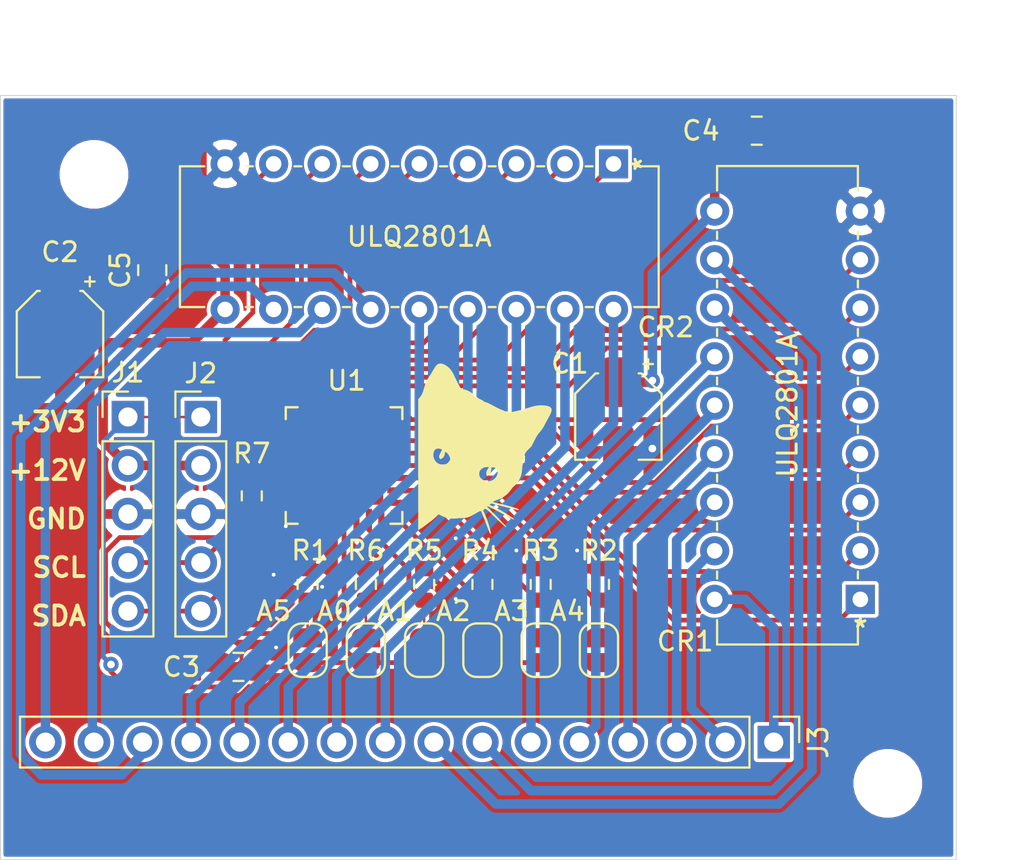
<source format=kicad_pcb>
(kicad_pcb (version 20171130) (host pcbnew 5.1.10-88a1d61d58~90~ubuntu20.04.1)
  (layers (0 F.Cu signal) (31 B.Cu signal) (34 B.Paste user) (35 F.Paste user) (36 B.SilkS user) (37 F.SilkS user) (38 B.Mask user) (39 F.Mask user) (44 Edge.Cuts user))
  (net 0 "")
  (net 1 GND)
  (net 2 +12V)
  (net 3 "Net-(J1-Pad5)")
  (net 4 "Net-(J1-Pad4)")
  (net 5 +3V3)
  (net 6 "Net-(R7-Pad1)")
  (net 7 "Net-(CR2-Pad8)")
  (net 8 "Net-(CR2-Pad7)")
  (net 9 "Net-(CR2-Pad6)")
  (net 10 "Net-(CR2-Pad5)")
  (net 11 "Net-(CR2-Pad4)")
  (net 12 "Net-(CR2-Pad3)")
  (net 13 "Net-(CR2-Pad2)")
  (net 14 "Net-(CR2-Pad1)")
  (net 15 "Net-(CR1-Pad8)")
  (net 16 "Net-(CR1-Pad7)")
  (net 17 "Net-(CR1-Pad6)")
  (net 18 "Net-(CR1-Pad5)")
  (net 19 "Net-(CR1-Pad4)")
  (net 20 "Net-(CR1-Pad3)")
  (net 21 "Net-(CR1-Pad2)")
  (net 22 "Net-(CR1-Pad1)")
  (net 23 "Net-(CR1-Pad18)")
  (net 24 "Net-(CR1-Pad17)")
  (net 25 "Net-(CR1-Pad16)")
  (net 26 "Net-(CR1-Pad15)")
  (net 27 "Net-(CR1-Pad14)")
  (net 28 "Net-(CR1-Pad13)")
  (net 29 "Net-(CR1-Pad12)")
  (net 30 "Net-(CR1-Pad11)")
  (net 31 "Net-(CR2-Pad18)")
  (net 32 "Net-(CR2-Pad17)")
  (net 33 "Net-(CR2-Pad16)")
  (net 34 "Net-(CR2-Pad15)")
  (net 35 "Net-(CR2-Pad14)")
  (net 36 "Net-(CR2-Pad13)")
  (net 37 "Net-(CR2-Pad12)")
  (net 38 "Net-(CR2-Pad11)")
  (net 39 /A0)
  (net 40 /A1)
  (net 41 /A2)
  (net 42 /A3)
  (net 43 /A4)
  (net 44 /A5)
  (module Connector_PinHeader_2.54mm:PinHeader_1x16_P2.54mm_Vertical (layer F.Cu) (at 60.452 53.848 270)
    (fp_text reference J3 (at 0 -2.33 90) (layer F.SilkS))
    (fp_text value Conn_01x16)
    (pad 16 thru_hole oval (at 0 38.1 270) (size 1.7 1.7) (drill 1) (layers *.Cu *.Mask) (net 38 "Net-(CR2-Pad11)"))
    (pad 15 thru_hole oval (at 0 35.56 270) (size 1.7 1.7) (drill 1) (layers *.Cu *.Mask) (net 37 "Net-(CR2-Pad12)"))
    (pad 14 thru_hole oval (at 0 33.02 270) (size 1.7 1.7) (drill 1) (layers *.Cu *.Mask) (net 36 "Net-(CR2-Pad13)"))
    (pad 13 thru_hole oval (at 0 30.48 270) (size 1.7 1.7) (drill 1) (layers *.Cu *.Mask) (net 35 "Net-(CR2-Pad14)"))
    (pad 12 thru_hole oval (at 0 27.94 270) (size 1.7 1.7) (drill 1) (layers *.Cu *.Mask) (net 34 "Net-(CR2-Pad15)"))
    (pad 11 thru_hole oval (at 0 25.4 270) (size 1.7 1.7) (drill 1) (layers *.Cu *.Mask) (net 33 "Net-(CR2-Pad16)"))
    (pad 10 thru_hole oval (at 0 22.86 270) (size 1.7 1.7) (drill 1) (layers *.Cu *.Mask) (net 32 "Net-(CR2-Pad17)"))
    (pad 9 thru_hole oval (at 0 20.32 270) (size 1.7 1.7) (drill 1) (layers *.Cu *.Mask) (net 31 "Net-(CR2-Pad18)"))
    (pad 8 thru_hole oval (at 0 17.78 270) (size 1.7 1.7) (drill 1) (layers *.Cu *.Mask) (net 30 "Net-(CR1-Pad11)"))
    (pad 7 thru_hole oval (at 0 15.24 270) (size 1.7 1.7) (drill 1) (layers *.Cu *.Mask) (net 29 "Net-(CR1-Pad12)"))
    (pad 6 thru_hole oval (at 0 12.7 270) (size 1.7 1.7) (drill 1) (layers *.Cu *.Mask) (net 28 "Net-(CR1-Pad13)"))
    (pad 5 thru_hole oval (at 0 10.16 270) (size 1.7 1.7) (drill 1) (layers *.Cu *.Mask) (net 27 "Net-(CR1-Pad14)"))
    (pad 4 thru_hole oval (at 0 7.62 270) (size 1.7 1.7) (drill 1) (layers *.Cu *.Mask) (net 26 "Net-(CR1-Pad15)"))
    (pad 3 thru_hole oval (at 0 5.08 270) (size 1.7 1.7) (drill 1) (layers *.Cu *.Mask) (net 25 "Net-(CR1-Pad16)"))
    (pad 2 thru_hole oval (at 0 2.54 270) (size 1.7 1.7) (drill 1) (layers *.Cu *.Mask) (net 24 "Net-(CR1-Pad17)"))
    (pad 1 thru_hole rect (at 0 0 270) (size 1.7 1.7) (drill 1) (layers *.Cu *.Mask) (net 23 "Net-(CR1-Pad18)"))
  )
  (module ULQ2801A:cat (layer F.Cu) (at 45.339 38.481)
    (fp_text reference G*** hide)
    (fp_text value LOGO hide)
  )
  (module Capacitor_SMD:C_0805_2012Metric (layer F.Cu) (at 27.94 29.144 90)
    (fp_text reference C5 (at 0 -1.68 90) (layer F.SilkS))
    (fp_text value "0.1 uF")
    (pad 2 smd roundrect (at 0.95 0 90) (size 1 1.45) (layers F.Cu F.Paste F.Mask) (net 1 GND))
    (pad 1 smd roundrect (at -0.95 0 90) (size 1 1.45) (layers F.Cu F.Paste F.Mask) (net 2 +12V))
  )
  (module Capacitor_SMD:C_0805_2012Metric (layer F.Cu) (at 59.563 21.844)
    (fp_text reference C4 (at -2.921 0) (layer F.SilkS))
    (fp_text value "0.1 uF")
    (pad 2 smd roundrect (at 0.95 0) (size 1 1.45) (layers F.Cu F.Paste F.Mask) (net 1 GND))
    (pad 1 smd roundrect (at -0.95 0) (size 1 1.45) (layers F.Cu F.Paste F.Mask) (net 2 +12V))
  )
  (module Capacitor_SMD:C_0805_2012Metric (layer F.Cu) (at 32.451 49.911 180)
    (fp_text reference C3 (at 2.987 0) (layer F.SilkS))
    (fp_text value "0.1 uF")
    (pad 2 smd roundrect (at 0.95 0 180) (size 1 1.45) (layers F.Cu F.Paste F.Mask) (net 1 GND))
    (pad 1 smd roundrect (at -0.95 0 180) (size 1 1.45) (layers F.Cu F.Paste F.Mask) (net 5 +3V3))
  )
  (module Capacitor_SMD:CP_Elec_4x5.4 (layer F.Cu) (at 23.114 32.49 270)
    (fp_text reference C2 (at -4.296 0 180) (layer F.SilkS))
    (fp_text value CP1)
    (pad 2 smd roundrect (at 1.8 0 270) (size 2.6 1.6) (layers F.Cu F.Paste F.Mask) (roundrect_rratio 0.15625) (net 1 GND))
    (pad 1 smd roundrect (at -1.8 0 270) (size 2.6 1.6) (layers F.Cu F.Paste F.Mask) (roundrect_rratio 0.15625) (net 2 +12V))
  )
  (module Capacitor_SMD:CP_Elec_4x5.4 (layer F.Cu) (at 52.324 36.808 270)
    (fp_text reference C1 (at -2.772 2.54 180) (layer F.SilkS))
    (fp_text value CP1)
    (pad 2 smd roundrect (at 1.8 0 270) (size 2.6 1.6) (layers F.Cu F.Paste F.Mask) (roundrect_rratio 0.15625) (net 1 GND))
    (pad 1 smd roundrect (at -1.8 0 270) (size 2.6 1.6) (layers F.Cu F.Paste F.Mask) (roundrect_rratio 0.15625) (net 2 +12V))
  )
  (module ULQ2801A:ULQ2801A (layer F.Cu) (at 64.981057 46.37554 180)
    (fp_text reference CR1 (at 9.164557 -2.20196) (layer F.SilkS))
    (fp_text value ULQ2801A (at 3.81 10.16 90) (layer F.SilkS))
    (fp_text user * (at 0 -1.524) (layer F.SilkS))
    (fp_text user * (at 0 -1.524) (layer F.SilkS))
    (pad 18 thru_hole circle (at 7.62 0 180) (size 1.524 1.524) (drill 0.8128) (layers *.Cu *.Mask) (net 23 "Net-(CR1-Pad18)"))
    (pad 17 thru_hole circle (at 7.62 2.54 180) (size 1.524 1.524) (drill 0.8128) (layers *.Cu *.Mask) (net 24 "Net-(CR1-Pad17)"))
    (pad 16 thru_hole circle (at 7.62 5.08 180) (size 1.524 1.524) (drill 0.8128) (layers *.Cu *.Mask) (net 25 "Net-(CR1-Pad16)"))
    (pad 15 thru_hole circle (at 7.62 7.62 180) (size 1.524 1.524) (drill 0.8128) (layers *.Cu *.Mask) (net 26 "Net-(CR1-Pad15)"))
    (pad 14 thru_hole circle (at 7.62 10.16 180) (size 1.524 1.524) (drill 0.8128) (layers *.Cu *.Mask) (net 27 "Net-(CR1-Pad14)"))
    (pad 13 thru_hole circle (at 7.62 12.7 180) (size 1.524 1.524) (drill 0.8128) (layers *.Cu *.Mask) (net 28 "Net-(CR1-Pad13)"))
    (pad 12 thru_hole circle (at 7.62 15.24 180) (size 1.524 1.524) (drill 0.8128) (layers *.Cu *.Mask) (net 29 "Net-(CR1-Pad12)"))
    (pad 11 thru_hole circle (at 7.62 17.78 180) (size 1.524 1.524) (drill 0.8128) (layers *.Cu *.Mask) (net 30 "Net-(CR1-Pad11)"))
    (pad 10 thru_hole circle (at 7.62 20.32 180) (size 1.524 1.524) (drill 0.8128) (layers *.Cu *.Mask) (net 2 +12V))
    (pad 9 thru_hole circle (at 0 20.32 180) (size 1.524 1.524) (drill 0.8128) (layers *.Cu *.Mask) (net 1 GND))
    (pad 8 thru_hole circle (at 0 17.78 180) (size 1.524 1.524) (drill 0.8128) (layers *.Cu *.Mask) (net 15 "Net-(CR1-Pad8)"))
    (pad 7 thru_hole circle (at 0 15.24 180) (size 1.524 1.524) (drill 0.8128) (layers *.Cu *.Mask) (net 16 "Net-(CR1-Pad7)"))
    (pad 6 thru_hole circle (at 0 12.7 180) (size 1.524 1.524) (drill 0.8128) (layers *.Cu *.Mask) (net 17 "Net-(CR1-Pad6)"))
    (pad 5 thru_hole circle (at 0 10.16 180) (size 1.524 1.524) (drill 0.8128) (layers *.Cu *.Mask) (net 18 "Net-(CR1-Pad5)"))
    (pad 4 thru_hole circle (at 0 7.62 180) (size 1.524 1.524) (drill 0.8128) (layers *.Cu *.Mask) (net 19 "Net-(CR1-Pad4)"))
    (pad 3 thru_hole circle (at 0 5.08 180) (size 1.524 1.524) (drill 0.8128) (layers *.Cu *.Mask) (net 20 "Net-(CR1-Pad3)"))
    (pad 2 thru_hole circle (at 0 2.54 180) (size 1.524 1.524) (drill 0.8128) (layers *.Cu *.Mask) (net 21 "Net-(CR1-Pad2)"))
    (pad 1 thru_hole rect (at 0 0 180) (size 1.524 1.524) (drill 0.8128) (layers *.Cu *.Mask) (net 22 "Net-(CR1-Pad1)"))
  )
  (module ULQ2801A:ULQ2801A (layer F.Cu) (at 52.07 23.580644 270)
    (fp_text reference CR2 (at 8.550356 -2.7305 180) (layer F.SilkS))
    (fp_text value ULQ2801A (at 3.81 10.16 180) (layer F.SilkS))
    (fp_text user * (at 0 -1.524 90) (layer F.SilkS))
    (fp_text user * (at 0 -1.524 90) (layer F.SilkS))
    (pad 18 thru_hole circle (at 7.62 0 270) (size 1.524 1.524) (drill 0.8128) (layers *.Cu *.Mask) (net 31 "Net-(CR2-Pad18)"))
    (pad 17 thru_hole circle (at 7.62 2.54 270) (size 1.524 1.524) (drill 0.8128) (layers *.Cu *.Mask) (net 32 "Net-(CR2-Pad17)"))
    (pad 16 thru_hole circle (at 7.62 5.08 270) (size 1.524 1.524) (drill 0.8128) (layers *.Cu *.Mask) (net 33 "Net-(CR2-Pad16)"))
    (pad 15 thru_hole circle (at 7.62 7.62 270) (size 1.524 1.524) (drill 0.8128) (layers *.Cu *.Mask) (net 34 "Net-(CR2-Pad15)"))
    (pad 14 thru_hole circle (at 7.62 10.16 270) (size 1.524 1.524) (drill 0.8128) (layers *.Cu *.Mask) (net 35 "Net-(CR2-Pad14)"))
    (pad 13 thru_hole circle (at 7.62 12.7 270) (size 1.524 1.524) (drill 0.8128) (layers *.Cu *.Mask) (net 36 "Net-(CR2-Pad13)"))
    (pad 12 thru_hole circle (at 7.62 15.24 270) (size 1.524 1.524) (drill 0.8128) (layers *.Cu *.Mask) (net 37 "Net-(CR2-Pad12)"))
    (pad 11 thru_hole circle (at 7.62 17.78 270) (size 1.524 1.524) (drill 0.8128) (layers *.Cu *.Mask) (net 38 "Net-(CR2-Pad11)"))
    (pad 10 thru_hole circle (at 7.62 20.32 270) (size 1.524 1.524) (drill 0.8128) (layers *.Cu *.Mask) (net 2 +12V))
    (pad 9 thru_hole circle (at 0 20.32 270) (size 1.524 1.524) (drill 0.8128) (layers *.Cu *.Mask) (net 1 GND))
    (pad 8 thru_hole circle (at 0 17.78 270) (size 1.524 1.524) (drill 0.8128) (layers *.Cu *.Mask) (net 7 "Net-(CR2-Pad8)"))
    (pad 7 thru_hole circle (at 0 15.24 270) (size 1.524 1.524) (drill 0.8128) (layers *.Cu *.Mask) (net 8 "Net-(CR2-Pad7)"))
    (pad 6 thru_hole circle (at 0 12.7 270) (size 1.524 1.524) (drill 0.8128) (layers *.Cu *.Mask) (net 9 "Net-(CR2-Pad6)"))
    (pad 5 thru_hole circle (at 0 10.16 270) (size 1.524 1.524) (drill 0.8128) (layers *.Cu *.Mask) (net 10 "Net-(CR2-Pad5)"))
    (pad 4 thru_hole circle (at 0 7.62 270) (size 1.524 1.524) (drill 0.8128) (layers *.Cu *.Mask) (net 11 "Net-(CR2-Pad4)"))
    (pad 3 thru_hole circle (at 0 5.08 270) (size 1.524 1.524) (drill 0.8128) (layers *.Cu *.Mask) (net 12 "Net-(CR2-Pad3)"))
    (pad 2 thru_hole circle (at 0 2.54 270) (size 1.524 1.524) (drill 0.8128) (layers *.Cu *.Mask) (net 13 "Net-(CR2-Pad2)"))
    (pad 1 thru_hole rect (at 0 0 270) (size 1.524 1.524) (drill 0.8128) (layers *.Cu *.Mask) (net 14 "Net-(CR2-Pad1)"))
  )
  (module Jumper:SolderJumper-2_P1.3mm_Open_RoundedPad1.0x1.5mm (layer F.Cu) (at 51.308 49.037 90)
    (fp_text reference A4 (at 2.047 -1.651) (layer F.SilkS))
    (fp_text value SolderJumper_2_Open)
    (pad 2 smd custom (at 0.65 0 90) (size 1 0.5) (layers F.Cu F.Mask) (net 43 /A4) (options (clearance outline) (anchor rect)) (primitives (gr_circle (center 0 0.25) (end 0.5 0.25) (width 0)) (gr_circle (center 0 -0.25) (end 0.5 -0.25) (width 0)) (gr_poly (pts (xy 0 -0.75) (xy -0.5 -0.75) (xy -0.5 0.75) (xy 0 0.75)) (width 0))))
    (pad 1 smd custom (at -0.65 0 90) (size 1 0.5) (layers F.Cu F.Mask) (net 5 +3V3) (options (clearance outline) (anchor rect)) (primitives (gr_circle (center 0 0.25) (end 0.5 0.25) (width 0)) (gr_circle (center 0 -0.25) (end 0.5 -0.25) (width 0)) (gr_poly (pts (xy 0 -0.75) (xy 0.5 -0.75) (xy 0.5 0.75) (xy 0 0.75)) (width 0))))
  )
  (module MountingHole:MountingHole_3.2mm_M3 (layer F.Cu) (at 66.421 56.007)
    (fp_text reference H2 hide)
    (fp_text value MountingHole)
    (pad 1 np_thru_hole circle (at 0 0) (size 3.2 3.2) (drill 3.2) (layers *.Cu *.Mask))
  )
  (module MountingHole:MountingHole_3.2mm_M3 (layer F.Cu) (at 24.892 24.13)
    (fp_text reference H1 hide)
    (fp_text value MountingHole)
    (pad 1 np_thru_hole circle (at 0 0) (size 3.2 3.2) (drill 3.2) (layers *.Cu *.Mask))
  )
  (module ULQ2801A:QFN65P600X600X100-29N (layer F.Cu) (at 37.973 39.37 180)
    (fp_text reference U1 (at -0.127 4.445) (layer F.SilkS))
    (fp_text value PCA9685BS)
    (pad 29 smd rect (at 0 0 180) (size 4.1 4.1) (layers F.Cu F.Mask) (net 1 GND))
    (pad 21 smd roundrect (at 2.815 -1.95 180) (size 1.1 0.32) (layers F.Cu F.Paste F.Mask) (roundrect_rratio 0.04) (net 44 /A5))
    (pad 20 smd roundrect (at 2.815 -1.3 180) (size 1.1 0.32) (layers F.Cu F.Paste F.Mask) (roundrect_rratio 0.04) (net 6 "Net-(R7-Pad1)"))
    (pad 19 smd roundrect (at 2.815 -0.65 180) (size 1.1 0.32) (layers F.Cu F.Paste F.Mask) (roundrect_rratio 0.04) (net 7 "Net-(CR2-Pad8)"))
    (pad 18 smd roundrect (at 2.815 0 180) (size 1.1 0.32) (layers F.Cu F.Paste F.Mask) (roundrect_rratio 0.04) (net 8 "Net-(CR2-Pad7)"))
    (pad 17 smd roundrect (at 2.815 0.65 180) (size 1.1 0.32) (layers F.Cu F.Paste F.Mask) (roundrect_rratio 0.04) (net 9 "Net-(CR2-Pad6)"))
    (pad 16 smd roundrect (at 2.815 1.3 180) (size 1.1 0.32) (layers F.Cu F.Paste F.Mask) (roundrect_rratio 0.04) (net 10 "Net-(CR2-Pad5)"))
    (pad 15 smd roundrect (at 2.815 1.95 180) (size 1.1 0.32) (layers F.Cu F.Paste F.Mask) (roundrect_rratio 0.04) (net 11 "Net-(CR2-Pad4)"))
    (pad 7 smd roundrect (at -2.815 1.95 180) (size 1.1 0.32) (layers F.Cu F.Paste F.Mask) (roundrect_rratio 0.04) (net 18 "Net-(CR1-Pad5)"))
    (pad 6 smd roundrect (at -2.815 1.3 180) (size 1.1 0.32) (layers F.Cu F.Paste F.Mask) (roundrect_rratio 0.04) (net 19 "Net-(CR1-Pad4)"))
    (pad 5 smd roundrect (at -2.815 0.65 180) (size 1.1 0.32) (layers F.Cu F.Paste F.Mask) (roundrect_rratio 0.04) (net 20 "Net-(CR1-Pad3)"))
    (pad 4 smd roundrect (at -2.815 0 180) (size 1.1 0.32) (layers F.Cu F.Paste F.Mask) (roundrect_rratio 0.04) (net 21 "Net-(CR1-Pad2)"))
    (pad 3 smd roundrect (at -2.815 -0.65 180) (size 1.1 0.32) (layers F.Cu F.Paste F.Mask) (roundrect_rratio 0.04) (net 22 "Net-(CR1-Pad1)"))
    (pad 2 smd roundrect (at -2.815 -1.3 180) (size 1.1 0.32) (layers F.Cu F.Paste F.Mask) (roundrect_rratio 0.04) (net 43 /A4))
    (pad 1 smd roundrect (at -2.815 -1.95 180) (size 1.1 0.32) (layers F.Cu F.Paste F.Mask) (roundrect_rratio 0.04) (net 42 /A3))
    (pad 28 smd roundrect (at -1.95 -2.815 180) (size 0.32 1.1) (layers F.Cu F.Paste F.Mask) (roundrect_rratio 0.04) (net 41 /A2))
    (pad 27 smd roundrect (at -1.3 -2.815 180) (size 0.32 1.1) (layers F.Cu F.Paste F.Mask) (roundrect_rratio 0.04) (net 40 /A1))
    (pad 26 smd roundrect (at -0.65 -2.815 180) (size 0.32 1.1) (layers F.Cu F.Paste F.Mask) (roundrect_rratio 0.04) (net 39 /A0))
    (pad 25 smd roundrect (at 0 -2.815 180) (size 0.32 1.1) (layers F.Cu F.Paste F.Mask) (roundrect_rratio 0.04) (net 5 +3V3))
    (pad 24 smd roundrect (at 0.65 -2.815 180) (size 0.32 1.1) (layers F.Cu F.Paste F.Mask) (roundrect_rratio 0.04) (net 3 "Net-(J1-Pad5)"))
    (pad 23 smd roundrect (at 1.3 -2.815 180) (size 0.32 1.1) (layers F.Cu F.Paste F.Mask) (roundrect_rratio 0.04) (net 4 "Net-(J1-Pad4)"))
    (pad 22 smd roundrect (at 1.95 -2.815 180) (size 0.32 1.1) (layers F.Cu F.Paste F.Mask) (roundrect_rratio 0.04) (net 1 GND))
    (pad 14 smd roundrect (at 1.95 2.815 180) (size 0.32 1.1) (layers F.Cu F.Paste F.Mask) (roundrect_rratio 0.04) (net 12 "Net-(CR2-Pad3)"))
    (pad 13 smd roundrect (at 1.3 2.815 180) (size 0.32 1.1) (layers F.Cu F.Paste F.Mask) (roundrect_rratio 0.04) (net 13 "Net-(CR2-Pad2)"))
    (pad 12 smd roundrect (at 0.65 2.815 180) (size 0.32 1.1) (layers F.Cu F.Paste F.Mask) (roundrect_rratio 0.04) (net 14 "Net-(CR2-Pad1)"))
    (pad 11 smd roundrect (at 0 2.815 180) (size 0.32 1.1) (layers F.Cu F.Paste F.Mask) (roundrect_rratio 0.04) (net 1 GND))
    (pad 10 smd roundrect (at -0.65 2.815 180) (size 0.32 1.1) (layers F.Cu F.Paste F.Mask) (roundrect_rratio 0.04) (net 15 "Net-(CR1-Pad8)"))
    (pad 9 smd roundrect (at -1.3 2.815 180) (size 0.32 1.1) (layers F.Cu F.Paste F.Mask) (roundrect_rratio 0.04) (net 16 "Net-(CR1-Pad7)"))
    (pad 8 smd roundrect (at -1.95 2.815 180) (size 0.32 1.1) (layers F.Cu F.Paste F.Mask) (roundrect_rratio 0.04) (net 17 "Net-(CR1-Pad6)"))
  )
  (module Resistor_SMD:R_0603_1608Metric (layer F.Cu) (at 33.147 40.958 270)
    (fp_text reference R7 (at -2.223 0 180) (layer F.SilkS))
    (fp_text value 10k)
    (pad 2 smd roundrect (at 0.825 0 270) (size 0.8 0.95) (layers F.Cu F.Paste F.Mask) (net 1 GND))
    (pad 1 smd roundrect (at -0.825 0 270) (size 0.8 0.95) (layers F.Cu F.Paste F.Mask) (net 6 "Net-(R7-Pad1)"))
  )
  (module Resistor_SMD:R_0603_1608Metric (layer F.Cu) (at 39.116 45.5935 90)
    (fp_text reference R6 (at 1.7785 0) (layer F.SilkS))
    (fp_text value 10k)
    (pad 2 smd roundrect (at 0.825 0 90) (size 0.8 0.95) (layers F.Cu F.Paste F.Mask) (net 1 GND))
    (pad 1 smd roundrect (at -0.825 0 90) (size 0.8 0.95) (layers F.Cu F.Paste F.Mask) (net 39 /A0))
  )
  (module Resistor_SMD:R_0603_1608Metric (layer F.Cu) (at 42.164 45.5935 90)
    (fp_text reference R5 (at 1.7785 0) (layer F.SilkS))
    (fp_text value 10k)
    (pad 2 smd roundrect (at 0.825 0 90) (size 0.8 0.95) (layers F.Cu F.Paste F.Mask) (net 1 GND))
    (pad 1 smd roundrect (at -0.825 0 90) (size 0.8 0.95) (layers F.Cu F.Paste F.Mask) (net 40 /A1))
  )
  (module Resistor_SMD:R_0603_1608Metric (layer F.Cu) (at 45.212 45.5935 90)
    (fp_text reference R4 (at 1.7785 -0.127) (layer F.SilkS))
    (fp_text value 10k)
    (pad 2 smd roundrect (at 0.825 0 90) (size 0.8 0.95) (layers F.Cu F.Paste F.Mask) (net 1 GND))
    (pad 1 smd roundrect (at -0.825 0 90) (size 0.8 0.95) (layers F.Cu F.Paste F.Mask) (net 41 /A2))
  )
  (module Resistor_SMD:R_0603_1608Metric (layer F.Cu) (at 48.26 45.5935 90)
    (fp_text reference R3 (at 1.7785 0) (layer F.SilkS))
    (fp_text value 10k)
    (pad 2 smd roundrect (at 0.825 0 90) (size 0.8 0.95) (layers F.Cu F.Paste F.Mask) (net 1 GND))
    (pad 1 smd roundrect (at -0.825 0 90) (size 0.8 0.95) (layers F.Cu F.Paste F.Mask) (net 42 /A3))
  )
  (module Resistor_SMD:R_0603_1608Metric (layer F.Cu) (at 51.308 45.5935 90)
    (fp_text reference R2 (at 1.7785 0) (layer F.SilkS))
    (fp_text value 10k)
    (pad 2 smd roundrect (at 0.825 0 90) (size 0.8 0.95) (layers F.Cu F.Paste F.Mask) (net 1 GND))
    (pad 1 smd roundrect (at -0.825 0 90) (size 0.8 0.95) (layers F.Cu F.Paste F.Mask) (net 43 /A4))
  )
  (module Resistor_SMD:R_0603_1608Metric (layer F.Cu) (at 36.068 45.5935 90)
    (fp_text reference R1 (at 1.7785 0.127 180) (layer F.SilkS))
    (fp_text value 10k)
    (pad 2 smd roundrect (at 0.825 0 90) (size 0.8 0.95) (layers F.Cu F.Paste F.Mask) (net 1 GND))
    (pad 1 smd roundrect (at -0.825 0 90) (size 0.8 0.95) (layers F.Cu F.Paste F.Mask) (net 44 /A5))
  )
  (module Jumper:SolderJumper-2_P1.3mm_Open_RoundedPad1.0x1.5mm (layer F.Cu) (at 36.068 49.037 90)
    (fp_text reference A5 (at 2.047 -1.778) (layer F.SilkS))
    (fp_text value SolderJumper_2_Open)
    (pad 2 smd custom (at 0.65 0 90) (size 1 0.5) (layers F.Cu F.Mask) (net 44 /A5) (options (clearance outline) (anchor rect)) (primitives (gr_circle (center 0 0.25) (end 0.5 0.25) (width 0)) (gr_circle (center 0 -0.25) (end 0.5 -0.25) (width 0)) (gr_poly (pts (xy 0 -0.75) (xy -0.5 -0.75) (xy -0.5 0.75) (xy 0 0.75)) (width 0))))
    (pad 1 smd custom (at -0.65 0 90) (size 1 0.5) (layers F.Cu F.Mask) (net 5 +3V3) (options (clearance outline) (anchor rect)) (primitives (gr_circle (center 0 0.25) (end 0.5 0.25) (width 0)) (gr_circle (center 0 -0.25) (end 0.5 -0.25) (width 0)) (gr_poly (pts (xy 0 -0.75) (xy 0.5 -0.75) (xy 0.5 0.75) (xy 0 0.75)) (width 0))))
  )
  (module Jumper:SolderJumper-2_P1.3mm_Open_RoundedPad1.0x1.5mm (layer F.Cu) (at 48.26 49.037 90)
    (fp_text reference A3 (at 2.047 -1.524) (layer F.SilkS))
    (fp_text value SolderJumper_2_Open)
    (pad 2 smd custom (at 0.65 0 90) (size 1 0.5) (layers F.Cu F.Mask) (net 42 /A3) (options (clearance outline) (anchor rect)) (primitives (gr_circle (center 0 0.25) (end 0.5 0.25) (width 0)) (gr_circle (center 0 -0.25) (end 0.5 -0.25) (width 0)) (gr_poly (pts (xy 0 -0.75) (xy -0.5 -0.75) (xy -0.5 0.75) (xy 0 0.75)) (width 0))))
    (pad 1 smd custom (at -0.65 0 90) (size 1 0.5) (layers F.Cu F.Mask) (net 5 +3V3) (options (clearance outline) (anchor rect)) (primitives (gr_circle (center 0 0.25) (end 0.5 0.25) (width 0)) (gr_circle (center 0 -0.25) (end 0.5 -0.25) (width 0)) (gr_poly (pts (xy 0 -0.75) (xy 0.5 -0.75) (xy 0.5 0.75) (xy 0 0.75)) (width 0))))
  )
  (module Jumper:SolderJumper-2_P1.3mm_Open_RoundedPad1.0x1.5mm (layer F.Cu) (at 45.212 49.037 90)
    (fp_text reference A2 (at 2.047 -1.524) (layer F.SilkS))
    (fp_text value SolderJumper_2_Open)
    (pad 2 smd custom (at 0.65 0 90) (size 1 0.5) (layers F.Cu F.Mask) (net 41 /A2) (options (clearance outline) (anchor rect)) (primitives (gr_circle (center 0 0.25) (end 0.5 0.25) (width 0)) (gr_circle (center 0 -0.25) (end 0.5 -0.25) (width 0)) (gr_poly (pts (xy 0 -0.75) (xy -0.5 -0.75) (xy -0.5 0.75) (xy 0 0.75)) (width 0))))
    (pad 1 smd custom (at -0.65 0 90) (size 1 0.5) (layers F.Cu F.Mask) (net 5 +3V3) (options (clearance outline) (anchor rect)) (primitives (gr_circle (center 0 0.25) (end 0.5 0.25) (width 0)) (gr_circle (center 0 -0.25) (end 0.5 -0.25) (width 0)) (gr_poly (pts (xy 0 -0.75) (xy 0.5 -0.75) (xy 0.5 0.75) (xy 0 0.75)) (width 0))))
  )
  (module Jumper:SolderJumper-2_P1.3mm_Open_RoundedPad1.0x1.5mm (layer F.Cu) (at 42.164 49.037 90)
    (fp_text reference A1 (at 2.047 -1.524) (layer F.SilkS))
    (fp_text value SolderJumper_2_Open)
    (pad 2 smd custom (at 0.65 0 90) (size 1 0.5) (layers F.Cu F.Mask) (net 40 /A1) (options (clearance outline) (anchor rect)) (primitives (gr_circle (center 0 0.25) (end 0.5 0.25) (width 0)) (gr_circle (center 0 -0.25) (end 0.5 -0.25) (width 0)) (gr_poly (pts (xy 0 -0.75) (xy -0.5 -0.75) (xy -0.5 0.75) (xy 0 0.75)) (width 0))))
    (pad 1 smd custom (at -0.65 0 90) (size 1 0.5) (layers F.Cu F.Mask) (net 5 +3V3) (options (clearance outline) (anchor rect)) (primitives (gr_circle (center 0 0.25) (end 0.5 0.25) (width 0)) (gr_circle (center 0 -0.25) (end 0.5 -0.25) (width 0)) (gr_poly (pts (xy 0 -0.75) (xy 0.5 -0.75) (xy 0.5 0.75) (xy 0 0.75)) (width 0))))
  )
  (module Jumper:SolderJumper-2_P1.3mm_Open_RoundedPad1.0x1.5mm (layer F.Cu) (at 39.116 49.037 90)
    (fp_text reference A0 (at 2.047 -1.651 180) (layer F.SilkS))
    (fp_text value SolderJumper_2_Open)
    (pad 2 smd custom (at 0.65 0 90) (size 1 0.5) (layers F.Cu F.Mask) (net 39 /A0) (options (clearance outline) (anchor rect)) (primitives (gr_circle (center 0 0.25) (end 0.5 0.25) (width 0)) (gr_circle (center 0 -0.25) (end 0.5 -0.25) (width 0)) (gr_poly (pts (xy 0 -0.75) (xy -0.5 -0.75) (xy -0.5 0.75) (xy 0 0.75)) (width 0))))
    (pad 1 smd custom (at -0.65 0 90) (size 1 0.5) (layers F.Cu F.Mask) (net 5 +3V3) (options (clearance outline) (anchor rect)) (primitives (gr_circle (center 0 0.25) (end 0.5 0.25) (width 0)) (gr_circle (center 0 -0.25) (end 0.5 -0.25) (width 0)) (gr_poly (pts (xy 0 -0.75) (xy 0.5 -0.75) (xy 0.5 0.75) (xy 0 0.75)) (width 0))))
  )
  (module Connector_PinHeader_2.54mm:PinHeader_1x05_P2.54mm_Vertical (layer F.Cu) (at 30.48 36.83)
    (fp_text reference J2 (at 0 -2.286) (layer F.SilkS))
    (fp_text value Conn_01x05)
    (pad 5 thru_hole oval (at 0 10.16) (size 1.7 1.7) (drill 1) (layers *.Cu *.Mask) (net 3 "Net-(J1-Pad5)"))
    (pad 4 thru_hole oval (at 0 7.62) (size 1.7 1.7) (drill 1) (layers *.Cu *.Mask) (net 4 "Net-(J1-Pad4)"))
    (pad 3 thru_hole oval (at 0 5.08) (size 1.7 1.7) (drill 1) (layers *.Cu *.Mask) (net 1 GND))
    (pad 2 thru_hole oval (at 0 2.54) (size 1.7 1.7) (drill 1) (layers *.Cu *.Mask) (net 2 +12V))
    (pad 1 thru_hole rect (at 0 0) (size 1.7 1.7) (drill 1) (layers *.Cu *.Mask) (net 5 +3V3))
  )
  (module Connector_PinHeader_2.54mm:PinHeader_1x05_P2.54mm_Vertical (layer F.Cu) (at 26.67 36.83)
    (fp_text reference J1 (at 0 -2.33) (layer F.SilkS))
    (fp_text value Conn_01x05)
    (pad 5 thru_hole oval (at 0 10.16) (size 1.7 1.7) (drill 1) (layers *.Cu *.Mask) (net 3 "Net-(J1-Pad5)"))
    (pad 4 thru_hole oval (at 0 7.62) (size 1.7 1.7) (drill 1) (layers *.Cu *.Mask) (net 4 "Net-(J1-Pad4)"))
    (pad 3 thru_hole oval (at 0 5.08) (size 1.7 1.7) (drill 1) (layers *.Cu *.Mask) (net 1 GND))
    (pad 2 thru_hole oval (at 0 2.54) (size 1.7 1.7) (drill 1) (layers *.Cu *.Mask) (net 2 +12V))
    (pad 1 thru_hole rect (at 0 0) (size 1.7 1.7) (drill 1) (layers *.Cu *.Mask) (net 5 +3V3))
  )
  (gr_line (start 20 20) (end 20 60) (layer Edge.Cuts) (width 0.05))
  (gr_line (start 20 20) (end 70 20) (layer Edge.Cuts) (width 0.05))
  (gr_line (start 20 60) (end 70 60) (layer Edge.Cuts) (width 0.05))
  (gr_line (start 70 20) (end 70 60) (layer Edge.Cuts) (width 0.05))
  (gr_text SDA (at 23.042548 47.244) (layer F.SilkS) (effects (font (size 1 1) (thickness 0.2))))
  (gr_text SCL (at 23.066357 44.704) (layer F.SilkS) (effects (font (size 1 1) (thickness 0.2))))
  (gr_text GND (at 22.9235 42.164) (layer F.SilkS) (effects (font (size 1 1) (thickness 0.2))))
  (gr_text +12V (at 22.44731 39.624) (layer F.SilkS) (effects (font (size 1 1) (thickness 0.2))))
  (gr_text +3V3 (at 22.44731 37.084) (layer F.SilkS) (effects (font (size 1 1) (thickness 0.2))))
  (segment (start 36.183 42.025) (end 36.023 42.185) (width 0.25) (layer F.Cu) (net 1))
  (segment (start 36.183 41.16) (end 36.183 42.025) (width 0.25) (layer F.Cu) (net 1))
  (segment (start 37.973 39.37) (end 36.183 41.16) (width 0.25) (layer F.Cu) (net 1))
  (via (at 34.925 42.545) (size 0.4) (drill 0.2) (layers F.Cu B.Cu) (net 1))
  (via (at 34.29 45.085) (size 0.4) (drill 0.2) (layers F.Cu B.Cu) (net 1))
  (via (at 36.83 45.72) (size 0.4) (drill 0.2) (layers F.Cu B.Cu) (net 1))
  (via (at 43.815 46.355) (size 0.4) (drill 0.2) (layers F.Cu B.Cu) (net 1))
  (segment (start 43.7505 46.355) (end 42.164 44.7685) (width 0.25) (layer F.Cu) (net 1))
  (segment (start 43.815 46.355) (end 43.7505 46.355) (width 0.25) (layer F.Cu) (net 1))
  (via (at 43.815 43.18) (size 0.4) (drill 0.2) (layers F.Cu B.Cu) (net 1))
  (via (at 46.99 43.815) (size 0.4) (drill 0.2) (layers F.Cu B.Cu) (net 1))
  (via (at 50.165 43.815) (size 0.4) (drill 0.2) (layers F.Cu B.Cu) (net 1))
  (via (at 38.640273 43.817759) (size 0.4) (drill 0.2) (layers F.Cu B.Cu) (net 1))
  (segment (start 39.116 44.293486) (end 38.640273 43.817759) (width 0.25) (layer F.Cu) (net 1))
  (segment (start 39.116 44.7685) (end 39.116 44.293486) (width 0.25) (layer F.Cu) (net 1))
  (via (at 54.102 38.481) (size 0.8) (drill 0.4) (layers F.Cu B.Cu) (net 1))
  (via (at 34.417 48.895) (size 0.4) (drill 0.2) (layers F.Cu B.Cu) (net 1))
  (segment (start 26.67 39.37) (end 30.48 39.37) (width 0.5) (layer F.Cu) (net 2))
  (segment (start 25.369999 32.945999) (end 23.114 30.69) (width 0.5) (layer F.Cu) (net 2))
  (segment (start 25.369999 38.069999) (end 25.369999 32.945999) (width 0.5) (layer F.Cu) (net 2))
  (segment (start 26.67 39.37) (end 25.369999 38.069999) (width 0.5) (layer F.Cu) (net 2))
  (segment (start 25.369999 32.664001) (end 27.94 30.094) (width 0.5) (layer F.Cu) (net 2))
  (segment (start 25.369999 32.945999) (end 25.369999 32.664001) (width 0.5) (layer F.Cu) (net 2))
  (segment (start 30.004645 32.945999) (end 31.75 31.200644) (width 0.5) (layer F.Cu) (net 2))
  (segment (start 25.369999 32.945999) (end 30.004645 32.945999) (width 0.5) (layer F.Cu) (net 2))
  (segment (start 57.361057 23.095943) (end 58.613 21.844) (width 0.5) (layer F.Cu) (net 2))
  (segment (start 57.361057 26.05554) (end 57.361057 23.095943) (width 0.5) (layer F.Cu) (net 2))
  (via (at 54.102 34.925) (size 0.8) (drill 0.4) (layers F.Cu B.Cu) (net 2))
  (segment (start 54.019 35.008) (end 54.102 34.925) (width 0.5) (layer F.Cu) (net 2))
  (segment (start 52.324 35.008) (end 54.019 35.008) (width 0.5) (layer F.Cu) (net 2))
  (segment (start 54.102 29.314597) (end 57.361057 26.05554) (width 0.5) (layer B.Cu) (net 2))
  (segment (start 54.102 34.925) (end 54.102 29.314597) (width 0.5) (layer B.Cu) (net 2))
  (segment (start 31.75 31.200644) (end 31.75 28.956) (width 0.5) (layer F.Cu) (net 2))
  (segment (start 55.220114 20.955) (end 57.361057 23.095943) (width 0.5) (layer F.Cu) (net 2))
  (segment (start 32.131 20.955) (end 55.220114 20.955) (width 0.5) (layer F.Cu) (net 2))
  (segment (start 30.537999 22.548001) (end 32.131 20.955) (width 0.5) (layer F.Cu) (net 2))
  (segment (start 30.537999 27.743999) (end 30.537999 22.548001) (width 0.5) (layer F.Cu) (net 2))
  (segment (start 31.75 28.956) (end 30.537999 27.743999) (width 0.5) (layer F.Cu) (net 2))
  (segment (start 30.48 46.99) (end 26.67 46.99) (width 0.25) (layer F.Cu) (net 3))
  (segment (start 33.42651 44.04349) (end 30.48 46.99) (width 0.25) (layer F.Cu) (net 3))
  (segment (start 36.01451 44.04349) (end 33.42651 44.04349) (width 0.25) (layer F.Cu) (net 3))
  (segment (start 37.323 42.735) (end 36.01451 44.04349) (width 0.25) (layer F.Cu) (net 3))
  (segment (start 37.323 42.185) (end 37.323 42.735) (width 0.25) (layer F.Cu) (net 3))
  (segment (start 30.48 44.45) (end 26.67 44.45) (width 0.25) (layer F.Cu) (net 4))
  (segment (start 31.33652 43.59348) (end 30.48 44.45) (width 0.25) (layer F.Cu) (net 4))
  (segment (start 35.81452 43.59348) (end 31.33652 43.59348) (width 0.25) (layer F.Cu) (net 4))
  (segment (start 36.673 42.735) (end 35.81452 43.59348) (width 0.25) (layer F.Cu) (net 4))
  (segment (start 36.673 42.185) (end 36.673 42.735) (width 0.25) (layer F.Cu) (net 4))
  (segment (start 26.67 36.83) (end 30.48 36.83) (width 0.127) (layer F.Cu) (net 5))
  (segment (start 38.706364 49.687) (end 39.116 49.687) (width 0.25) (layer F.Cu) (net 5))
  (segment (start 37.973 48.953636) (end 38.706364 49.687) (width 0.25) (layer F.Cu) (net 5))
  (segment (start 37.973 42.185) (end 37.973 48.953636) (width 0.25) (layer F.Cu) (net 5))
  (segment (start 48.26 49.687) (end 51.308 49.687) (width 0.25) (layer F.Cu) (net 5))
  (segment (start 45.212 49.687) (end 48.26 49.687) (width 0.25) (layer F.Cu) (net 5))
  (segment (start 42.164 49.687) (end 45.212 49.687) (width 0.25) (layer F.Cu) (net 5))
  (segment (start 36.068 49.687) (end 39.116 49.687) (width 0.25) (layer F.Cu) (net 5))
  (segment (start 42.164 49.687) (end 39.116 49.687) (width 0.25) (layer F.Cu) (net 5))
  (segment (start 32.35099 50.96101) (end 26.57701 50.96101) (width 0.25) (layer F.Cu) (net 5))
  (segment (start 33.401 49.911) (end 32.35099 50.96101) (width 0.25) (layer F.Cu) (net 5))
  (via (at 25.781 49.784) (size 0.8) (drill 0.4) (layers F.Cu B.Cu) (net 5))
  (segment (start 25.781 50.165) (end 25.781 49.784) (width 0.25) (layer F.Cu) (net 5))
  (segment (start 26.57701 50.96101) (end 25.781 50.165) (width 0.25) (layer F.Cu) (net 5))
  (segment (start 25.381001 38.118999) (end 26.67 36.83) (width 0.25) (layer B.Cu) (net 5))
  (segment (start 25.381001 49.384001) (end 25.381001 38.118999) (width 0.25) (layer B.Cu) (net 5))
  (segment (start 25.781 49.784) (end 25.381001 49.384001) (width 0.25) (layer B.Cu) (net 5))
  (segment (start 35.844 49.911) (end 36.068 49.687) (width 0.25) (layer F.Cu) (net 5))
  (segment (start 33.401 49.911) (end 35.844 49.911) (width 0.25) (layer F.Cu) (net 5))
  (segment (start 33.684 40.67) (end 35.158 40.67) (width 0.25) (layer F.Cu) (net 6))
  (segment (start 33.147 40.133) (end 33.684 40.67) (width 0.25) (layer F.Cu) (net 6))
  (segment (start 34.608 40.02) (end 31.75 37.162) (width 0.25) (layer F.Cu) (net 7))
  (segment (start 35.158 40.02) (end 34.608 40.02) (width 0.25) (layer F.Cu) (net 7))
  (segment (start 33.202999 24.667645) (end 34.29 23.580644) (width 0.25) (layer F.Cu) (net 7))
  (segment (start 33.202999 31.356407) (end 33.202999 24.667645) (width 0.25) (layer F.Cu) (net 7))
  (segment (start 31.75 32.809406) (end 33.202999 31.356407) (width 0.25) (layer F.Cu) (net 7))
  (segment (start 31.75 37.162) (end 31.75 32.809406) (width 0.25) (layer F.Cu) (net 7))
  (segment (start 34.608 39.37) (end 32.258 37.02) (width 0.25) (layer F.Cu) (net 8))
  (segment (start 35.158 39.37) (end 34.608 39.37) (width 0.25) (layer F.Cu) (net 8))
  (segment (start 35.742999 24.667645) (end 36.83 23.580644) (width 0.25) (layer F.Cu) (net 8))
  (segment (start 35.742999 31.356407) (end 35.742999 24.667645) (width 0.25) (layer F.Cu) (net 8))
  (segment (start 32.258 34.841406) (end 35.742999 31.356407) (width 0.25) (layer F.Cu) (net 8))
  (segment (start 32.258 37.02) (end 32.258 34.841406) (width 0.25) (layer F.Cu) (net 8))
  (segment (start 38.282999 24.667645) (end 39.37 23.580644) (width 0.25) (layer F.Cu) (net 9))
  (segment (start 37.351761 32.287645) (end 38.282999 31.356407) (width 0.25) (layer F.Cu) (net 9))
  (segment (start 36.419355 32.287645) (end 37.351761 32.287645) (width 0.25) (layer F.Cu) (net 9))
  (segment (start 32.70801 35.99899) (end 36.419355 32.287645) (width 0.25) (layer F.Cu) (net 9))
  (segment (start 32.70801 36.8336) (end 32.70801 35.99899) (width 0.25) (layer F.Cu) (net 9))
  (segment (start 34.10141 38.227) (end 32.70801 36.8336) (width 0.25) (layer F.Cu) (net 9))
  (segment (start 34.115 38.227) (end 34.10141 38.227) (width 0.25) (layer F.Cu) (net 9))
  (segment (start 34.608 38.72) (end 34.115 38.227) (width 0.25) (layer F.Cu) (net 9))
  (segment (start 38.282999 31.356407) (end 38.282999 24.667645) (width 0.25) (layer F.Cu) (net 9))
  (segment (start 35.158 38.72) (end 34.608 38.72) (width 0.25) (layer F.Cu) (net 9))
  (segment (start 40.822999 24.667645) (end 41.91 23.580644) (width 0.25) (layer F.Cu) (net 10))
  (segment (start 40.822999 31.722405) (end 40.822999 24.667645) (width 0.25) (layer F.Cu) (net 10))
  (segment (start 34.28299 37.74499) (end 34.28299 36.47219) (width 0.25) (layer F.Cu) (net 10))
  (segment (start 40.257759 32.287645) (end 40.822999 31.722405) (width 0.25) (layer F.Cu) (net 10))
  (segment (start 34.608 38.07) (end 34.28299 37.74499) (width 0.25) (layer F.Cu) (net 10))
  (segment (start 38.467535 32.287645) (end 40.257759 32.287645) (width 0.25) (layer F.Cu) (net 10))
  (segment (start 34.28299 36.47219) (end 38.467535 32.287645) (width 0.25) (layer F.Cu) (net 10))
  (segment (start 35.158 38.07) (end 34.608 38.07) (width 0.25) (layer F.Cu) (net 10))
  (segment (start 35.158 36.23359) (end 38.4406 32.95099) (width 0.25) (layer F.Cu) (net 11))
  (segment (start 35.158 37.42) (end 35.158 36.23359) (width 0.25) (layer F.Cu) (net 11))
  (segment (start 43.362999 24.667645) (end 44.45 23.580644) (width 0.25) (layer F.Cu) (net 11))
  (segment (start 43.362999 31.722405) (end 43.362999 24.667645) (width 0.25) (layer F.Cu) (net 11))
  (segment (start 42.134414 32.95099) (end 43.362999 31.722405) (width 0.25) (layer F.Cu) (net 11))
  (segment (start 38.4406 32.95099) (end 42.134414 32.95099) (width 0.25) (layer F.Cu) (net 11))
  (segment (start 36.023 36.005) (end 38.627 33.401) (width 0.25) (layer F.Cu) (net 12))
  (segment (start 36.023 36.555) (end 36.023 36.005) (width 0.25) (layer F.Cu) (net 12))
  (segment (start 45.902999 24.667645) (end 46.99 23.580644) (width 0.25) (layer F.Cu) (net 12))
  (segment (start 43.858406 33.401) (end 45.902999 31.356407) (width 0.25) (layer F.Cu) (net 12))
  (segment (start 45.902999 31.356407) (end 45.902999 24.667645) (width 0.25) (layer F.Cu) (net 12))
  (segment (start 38.627 33.401) (end 43.858406 33.401) (width 0.25) (layer F.Cu) (net 12))
  (segment (start 36.673 36.042862) (end 38.864852 33.85101) (width 0.25) (layer F.Cu) (net 13))
  (segment (start 36.673 36.555) (end 36.673 36.042862) (width 0.25) (layer F.Cu) (net 13))
  (segment (start 48.442999 24.667645) (end 49.53 23.580644) (width 0.25) (layer F.Cu) (net 13))
  (segment (start 48.442999 31.356407) (end 48.442999 24.667645) (width 0.25) (layer F.Cu) (net 13))
  (segment (start 45.948396 33.85101) (end 48.442999 31.356407) (width 0.25) (layer F.Cu) (net 13))
  (segment (start 38.864852 33.85101) (end 45.948396 33.85101) (width 0.25) (layer F.Cu) (net 13))
  (segment (start 50.982999 24.667645) (end 52.07 23.580644) (width 0.25) (layer F.Cu) (net 14))
  (segment (start 37.323 36.555) (end 37.323 36.042862) (width 0.25) (layer F.Cu) (net 14))
  (segment (start 37.323 36.042862) (end 39.064842 34.30102) (width 0.25) (layer F.Cu) (net 14))
  (segment (start 39.064842 34.30102) (end 48.038386 34.30102) (width 0.25) (layer F.Cu) (net 14))
  (segment (start 48.038386 34.30102) (end 50.982999 31.356407) (width 0.25) (layer F.Cu) (net 14))
  (segment (start 50.982999 31.356407) (end 50.982999 24.667645) (width 0.25) (layer F.Cu) (net 14))
  (segment (start 39.87697 34.75103) (end 48.43397 34.75103) (width 0.25) (layer F.Cu) (net 15))
  (segment (start 38.623 36.005) (end 39.87697 34.75103) (width 0.25) (layer F.Cu) (net 15))
  (segment (start 38.623 36.555) (end 38.623 36.005) (width 0.25) (layer F.Cu) (net 15))
  (segment (start 48.43397 34.75103) (end 50.419 32.766) (width 0.25) (layer F.Cu) (net 15))
  (segment (start 63.894056 29.682541) (end 64.981057 28.59554) (width 0.25) (layer F.Cu) (net 15))
  (segment (start 57.205294 29.682541) (end 63.894056 29.682541) (width 0.25) (layer F.Cu) (net 15))
  (segment (start 54.121835 32.766) (end 57.205294 29.682541) (width 0.25) (layer F.Cu) (net 15))
  (segment (start 50.419 32.766) (end 54.121835 32.766) (width 0.25) (layer F.Cu) (net 15))
  (segment (start 63.894056 32.222541) (end 64.981057 31.13554) (width 0.25) (layer F.Cu) (net 16))
  (segment (start 57.267525 32.222541) (end 63.894056 32.222541) (width 0.25) (layer F.Cu) (net 16))
  (segment (start 56.274056 33.21601) (end 57.267525 32.222541) (width 0.25) (layer F.Cu) (net 16))
  (segment (start 51.7028 33.21601) (end 56.274056 33.21601) (width 0.25) (layer F.Cu) (net 16))
  (segment (start 49.71777 35.20104) (end 51.7028 33.21601) (width 0.25) (layer F.Cu) (net 16))
  (segment (start 40.07696 35.20104) (end 49.71777 35.20104) (width 0.25) (layer F.Cu) (net 16))
  (segment (start 39.273 36.005) (end 40.07696 35.20104) (width 0.25) (layer F.Cu) (net 16))
  (segment (start 39.273 36.555) (end 39.273 36.005) (width 0.25) (layer F.Cu) (net 16))
  (segment (start 39.923 36.555) (end 41.085138 36.555) (width 0.25) (layer F.Cu) (net 17))
  (segment (start 54.997845 36.96999) (end 57.205294 34.762541) (width 0.25) (layer F.Cu) (net 17))
  (segment (start 63.894056 34.762541) (end 64.981057 33.67554) (width 0.25) (layer F.Cu) (net 17))
  (segment (start 57.205294 34.762541) (end 63.894056 34.762541) (width 0.25) (layer F.Cu) (net 17))
  (segment (start 41.500128 36.96999) (end 54.997845 36.96999) (width 0.25) (layer F.Cu) (net 17))
  (segment (start 41.085138 36.555) (end 41.500128 36.96999) (width 0.25) (layer F.Cu) (net 17))
  (segment (start 63.894056 37.302541) (end 64.981057 36.21554) (width 0.25) (layer F.Cu) (net 18))
  (segment (start 57.205294 37.302541) (end 63.894056 37.302541) (width 0.25) (layer F.Cu) (net 18))
  (segment (start 51.56181 40.259) (end 54.248835 40.259) (width 0.25) (layer F.Cu) (net 18))
  (segment (start 48.72281 37.42) (end 51.56181 40.259) (width 0.25) (layer F.Cu) (net 18))
  (segment (start 54.248835 40.259) (end 57.205294 37.302541) (width 0.25) (layer F.Cu) (net 18))
  (segment (start 40.788 37.42) (end 48.72281 37.42) (width 0.25) (layer F.Cu) (net 18))
  (segment (start 40.788 38.07) (end 47.736208 38.07) (width 0.25) (layer F.Cu) (net 19))
  (segment (start 63.894056 39.842541) (end 64.981057 38.75554) (width 0.25) (layer F.Cu) (net 19))
  (segment (start 57.205294 39.842541) (end 63.894056 39.842541) (width 0.25) (layer F.Cu) (net 19))
  (segment (start 56.280835 40.767) (end 57.205294 39.842541) (width 0.25) (layer F.Cu) (net 19))
  (segment (start 50.433208 40.767) (end 56.280835 40.767) (width 0.25) (layer F.Cu) (net 19))
  (segment (start 47.736208 38.07) (end 50.433208 40.767) (width 0.25) (layer F.Cu) (net 19))
  (segment (start 40.788 38.72) (end 47.749798 38.72) (width 0.25) (layer F.Cu) (net 20))
  (segment (start 63.528058 42.748539) (end 64.981057 41.29554) (width 0.25) (layer F.Cu) (net 20))
  (segment (start 51.778337 42.748539) (end 63.528058 42.748539) (width 0.25) (layer F.Cu) (net 20))
  (segment (start 47.749798 38.72) (end 51.778337 42.748539) (width 0.25) (layer F.Cu) (net 20))
  (segment (start 63.894056 44.922541) (end 64.981057 43.83554) (width 0.25) (layer F.Cu) (net 21))
  (segment (start 53.315929 44.922541) (end 63.894056 44.922541) (width 0.25) (layer F.Cu) (net 21))
  (segment (start 47.763388 39.37) (end 53.315929 44.922541) (width 0.25) (layer F.Cu) (net 21))
  (segment (start 40.788 39.37) (end 47.763388 39.37) (width 0.25) (layer F.Cu) (net 21))
  (segment (start 63.894056 47.462541) (end 64.981057 46.37554) (width 0.25) (layer F.Cu) (net 22))
  (segment (start 55.219519 47.462541) (end 63.894056 47.462541) (width 0.25) (layer F.Cu) (net 22))
  (segment (start 47.776978 40.02) (end 55.219519 47.462541) (width 0.25) (layer F.Cu) (net 22))
  (segment (start 40.788 40.02) (end 47.776978 40.02) (width 0.25) (layer F.Cu) (net 22))
  (segment (start 57.361057 46.37554) (end 58.94854 46.37554) (width 0.5) (layer B.Cu) (net 23))
  (segment (start 60.452 47.879) (end 60.452 53.848) (width 0.5) (layer B.Cu) (net 23))
  (segment (start 58.94854 46.37554) (end 60.452 47.879) (width 0.5) (layer B.Cu) (net 23))
  (segment (start 57.361057 43.83554) (end 57.25646 43.83554) (width 0.5) (layer B.Cu) (net 24))
  (segment (start 56.149056 52.085056) (end 57.912 53.848) (width 0.5) (layer B.Cu) (net 24))
  (segment (start 56.149056 44.942944) (end 56.149056 52.085056) (width 0.5) (layer B.Cu) (net 24))
  (segment (start 57.25646 43.83554) (end 56.149056 44.942944) (width 0.5) (layer B.Cu) (net 24))
  (segment (start 55.372 43.284597) (end 55.372 53.848) (width 0.5) (layer B.Cu) (net 25))
  (segment (start 57.361057 41.29554) (end 55.372 43.284597) (width 0.5) (layer B.Cu) (net 25))
  (segment (start 52.832 43.284597) (end 52.832 53.848) (width 0.5) (layer B.Cu) (net 26))
  (segment (start 57.361057 38.75554) (end 52.832 43.284597) (width 0.5) (layer B.Cu) (net 26))
  (segment (start 57.361057 36.479945) (end 57.361057 36.21554) (width 0.5) (layer B.Cu) (net 27))
  (segment (start 51.141999 42.699003) (end 57.361057 36.479945) (width 0.5) (layer B.Cu) (net 27))
  (segment (start 51.141999 52.998001) (end 51.141999 42.699003) (width 0.5) (layer B.Cu) (net 27))
  (segment (start 50.292 53.848) (end 51.141999 52.998001) (width 0.5) (layer B.Cu) (net 27))
  (segment (start 47.752 43.284597) (end 47.752 53.848) (width 0.5) (layer B.Cu) (net 28))
  (segment (start 57.361057 33.67554) (end 47.752 43.284597) (width 0.5) (layer B.Cu) (net 28))
  (segment (start 61.752001 55.058001) (end 60.422002 56.388) (width 0.5) (layer B.Cu) (net 29))
  (segment (start 61.752001 35.526484) (end 61.752001 55.058001) (width 0.5) (layer B.Cu) (net 29))
  (segment (start 57.361057 31.13554) (end 61.752001 35.526484) (width 0.5) (layer B.Cu) (net 29))
  (segment (start 47.752 56.388) (end 45.212 53.848) (width 0.5) (layer B.Cu) (net 29))
  (segment (start 60.422002 56.388) (end 47.752 56.388) (width 0.5) (layer B.Cu) (net 29))
  (segment (start 45.91201 57.08801) (end 42.672 53.848) (width 0.5) (layer B.Cu) (net 30))
  (segment (start 60.711955 57.08801) (end 45.91201 57.08801) (width 0.5) (layer B.Cu) (net 30))
  (segment (start 62.452011 33.686494) (end 62.452011 55.347954) (width 0.5) (layer B.Cu) (net 30))
  (segment (start 62.452011 55.347954) (end 60.711955 57.08801) (width 0.5) (layer B.Cu) (net 30))
  (segment (start 57.361057 28.59554) (end 62.452011 33.686494) (width 0.5) (layer B.Cu) (net 30))
  (segment (start 40.132 49.075998) (end 40.132 53.848) (width 0.5) (layer B.Cu) (net 31))
  (segment (start 52.07 37.137998) (end 40.132 49.075998) (width 0.5) (layer B.Cu) (net 31))
  (segment (start 52.07 31.200644) (end 52.07 37.137998) (width 0.5) (layer B.Cu) (net 31))
  (segment (start 37.592 50.365002) (end 37.592 53.848) (width 0.5) (layer B.Cu) (net 32))
  (segment (start 49.53 38.427002) (end 37.592 50.365002) (width 0.5) (layer B.Cu) (net 32))
  (segment (start 49.53 31.200644) (end 49.53 38.427002) (width 0.5) (layer B.Cu) (net 32))
  (segment (start 46.99 31.200644) (end 47.329644 31.200644) (width 0.5) (layer B.Cu) (net 33))
  (segment (start 35.052 50.980998) (end 35.052 53.848) (width 0.5) (layer B.Cu) (net 33))
  (segment (start 46.99 39.042998) (end 35.052 50.980998) (width 0.5) (layer B.Cu) (net 33))
  (segment (start 46.99 31.200644) (end 46.99 39.042998) (width 0.5) (layer B.Cu) (net 33))
  (segment (start 32.512 51.762002) (end 32.512 53.848) (width 0.5) (layer B.Cu) (net 34))
  (segment (start 44.45 39.824002) (end 32.512 51.762002) (width 0.5) (layer B.Cu) (net 34))
  (segment (start 44.45 31.200644) (end 44.45 39.824002) (width 0.5) (layer B.Cu) (net 34))
  (segment (start 29.972 51.566793) (end 29.972 53.848) (width 0.5) (layer B.Cu) (net 35))
  (segment (start 41.91 39.628793) (end 29.972 51.566793) (width 0.5) (layer B.Cu) (net 35))
  (segment (start 41.91 31.200644) (end 41.91 39.628793) (width 0.5) (layer B.Cu) (net 35))
  (segment (start 26.33199 55.564008) (end 27.432 54.463998) (width 0.5) (layer B.Cu) (net 36))
  (segment (start 27.432 54.463998) (end 27.432 53.848) (width 0.5) (layer B.Cu) (net 36))
  (segment (start 22.144006 55.564008) (end 26.33199 55.564008) (width 0.5) (layer B.Cu) (net 36))
  (segment (start 21.051999 54.472001) (end 22.144006 55.564008) (width 0.5) (layer B.Cu) (net 36))
  (segment (start 21.051999 37.958074) (end 21.051999 54.472001) (width 0.5) (layer B.Cu) (net 36))
  (segment (start 37.457989 29.288633) (end 29.72144 29.288633) (width 0.5) (layer B.Cu) (net 36))
  (segment (start 29.72144 29.288633) (end 21.051999 37.958074) (width 0.5) (layer B.Cu) (net 36))
  (segment (start 39.37 31.200644) (end 37.457989 29.288633) (width 0.5) (layer B.Cu) (net 36))
  (segment (start 24.805991 53.761991) (end 24.892 53.848) (width 0.5) (layer B.Cu) (net 37))
  (segment (start 24.805991 36.184007) (end 24.805991 53.761991) (width 0.5) (layer B.Cu) (net 37))
  (segment (start 28.577353 32.412645) (end 24.805991 36.184007) (width 0.5) (layer B.Cu) (net 37))
  (segment (start 35.617999 32.412645) (end 28.577353 32.412645) (width 0.5) (layer B.Cu) (net 37))
  (segment (start 36.83 31.200644) (end 35.617999 32.412645) (width 0.5) (layer B.Cu) (net 37))
  (segment (start 22.352 37.648036) (end 22.352 53.848) (width 0.5) (layer B.Cu) (net 38))
  (segment (start 30.011393 29.988643) (end 22.352 37.648036) (width 0.5) (layer B.Cu) (net 38))
  (segment (start 33.077999 29.988643) (end 30.011393 29.988643) (width 0.5) (layer B.Cu) (net 38))
  (segment (start 34.29 31.200644) (end 33.077999 29.988643) (width 0.5) (layer B.Cu) (net 38))
  (segment (start 39.116 48.387) (end 39.116 46.4185) (width 0.127) (layer F.Cu) (net 39))
  (segment (start 39.91601 44.351032) (end 39.91601 45.61849) (width 0.25) (layer F.Cu) (net 39))
  (segment (start 38.623 42.185) (end 38.623 43.058022) (width 0.25) (layer F.Cu) (net 39))
  (segment (start 39.91601 45.61849) (end 39.116 46.4185) (width 0.25) (layer F.Cu) (net 39))
  (segment (start 38.623 43.058022) (end 39.91601 44.351032) (width 0.25) (layer F.Cu) (net 39))
  (segment (start 42.164 48.387) (end 42.164 46.4185) (width 0.127) (layer F.Cu) (net 40))
  (segment (start 41.36399 45.61849) (end 42.164 46.4185) (width 0.25) (layer F.Cu) (net 40))
  (segment (start 41.36399 44.82599) (end 41.36399 45.61849) (width 0.25) (layer F.Cu) (net 40))
  (segment (start 39.273 42.735) (end 41.36399 44.82599) (width 0.25) (layer F.Cu) (net 40))
  (segment (start 39.273 42.185) (end 39.273 42.735) (width 0.25) (layer F.Cu) (net 40))
  (segment (start 45.212 48.387) (end 45.212 46.4185) (width 0.127) (layer F.Cu) (net 41))
  (segment (start 45.031478 46.4185) (end 45.212 46.4185) (width 0.25) (layer F.Cu) (net 41))
  (segment (start 40.797978 42.185) (end 45.031478 46.4185) (width 0.25) (layer F.Cu) (net 41))
  (segment (start 39.923 42.185) (end 40.797978 42.185) (width 0.25) (layer F.Cu) (net 41))
  (segment (start 48.26 46.4185) (end 48.26 48.387) (width 0.127) (layer F.Cu) (net 42))
  (segment (start 48.079478 46.4185) (end 48.26 46.4185) (width 0.25) (layer F.Cu) (net 42))
  (segment (start 42.980978 41.32) (end 48.079478 46.4185) (width 0.25) (layer F.Cu) (net 42))
  (segment (start 40.788 41.32) (end 42.980978 41.32) (width 0.25) (layer F.Cu) (net 42))
  (segment (start 51.308 46.4185) (end 51.308 48.387) (width 0.127) (layer F.Cu) (net 43))
  (segment (start 45.378978 40.67) (end 51.127478 46.4185) (width 0.25) (layer F.Cu) (net 43))
  (segment (start 51.127478 46.4185) (end 51.308 46.4185) (width 0.25) (layer F.Cu) (net 43))
  (segment (start 40.788 40.67) (end 45.378978 40.67) (width 0.25) (layer F.Cu) (net 43))
  (segment (start 36.068 48.387) (end 36.068 46.4185) (width 0.127) (layer F.Cu) (net 44))
  (segment (start 26.105999 48.165001) (end 34.321499 48.165001) (width 0.25) (layer F.Cu) (net 44))
  (segment (start 25.494999 47.554001) (end 26.105999 48.165001) (width 0.25) (layer F.Cu) (net 44))
  (segment (start 25.494999 43.885999) (end 25.494999 47.554001) (width 0.25) (layer F.Cu) (net 44))
  (segment (start 26.237524 43.143474) (end 25.494999 43.885999) (width 0.25) (layer F.Cu) (net 44))
  (segment (start 34.321499 48.165001) (end 36.068 46.4185) (width 0.25) (layer F.Cu) (net 44))
  (segment (start 33.33453 43.14347) (end 26.237524 43.143474) (width 0.25) (layer F.Cu) (net 44))
  (segment (start 35.158 41.32) (end 33.33453 43.14347) (width 0.25) (layer F.Cu) (net 44))
  (zone (net 1) (net_name GND) (layer F.Cu) (connect_pads (clearance 0.15)) (min_thickness 0.15) (fill yes (arc_segments 32) (thermal_gap 0.508) (thermal_bridge_width 0.508))
    (polygon (pts (xy 69.977 59.944) (xy 20.066 59.944) (xy 20.066 20.066) (xy 69.85 20.066)))
  )
  (zone (net 1) (net_name GND) (layer B.Cu) (connect_pads (clearance 0.127)) (min_thickness 0.254) (fill yes (arc_segments 32) (thermal_gap 0.508) (thermal_bridge_width 0.508))
    (polygon (pts (xy 69.977 59.944) (xy 20.066 59.944) (xy 20.066 20.066) (xy 69.85 20.066)))
  )
)
</source>
